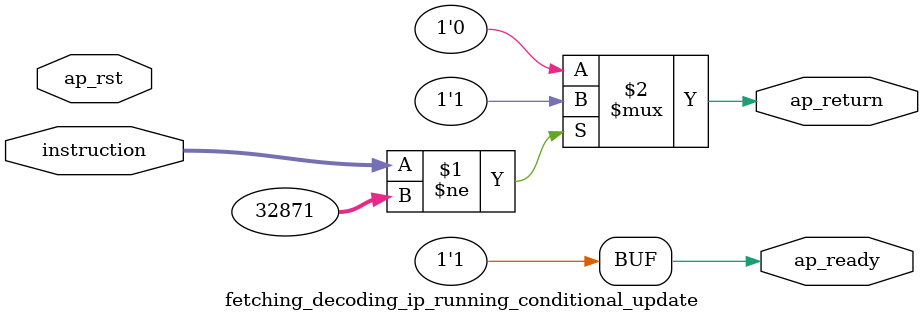
<source format=v>

`timescale 1 ns / 1 ps 

module fetching_decoding_ip_running_conditional_update (
        ap_ready,
        instruction,
        ap_return,
        ap_rst
);


output   ap_ready;
input  [31:0] instruction;
output  [0:0] ap_return;
input   ap_rst;

assign ap_ready = 1'b1;

assign ap_return = ((instruction != 32'd32871) ? 1'b1 : 1'b0);

endmodule //fetching_decoding_ip_running_conditional_update

</source>
